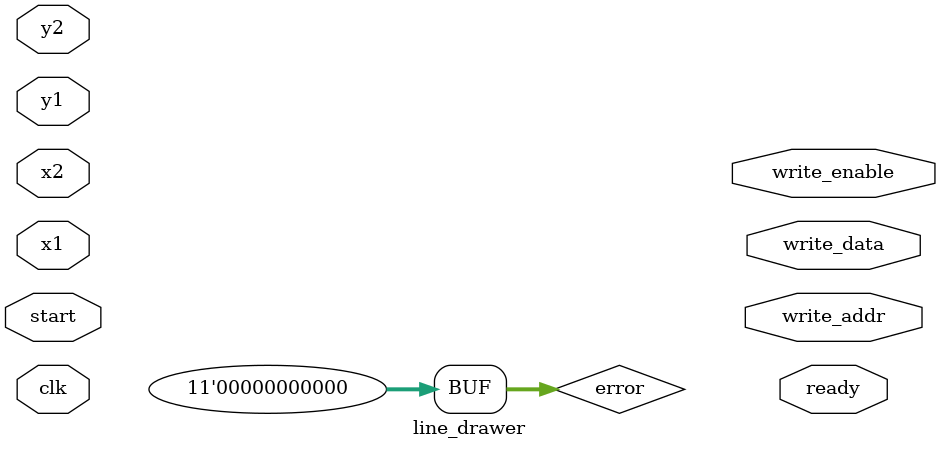
<source format=v>
module line_drawer (
    clk,
    
    x1,
    y1,
    x2,
    y2,
    
    start,
    ready,
    
    write_enable,
    write_addr,
    write_data
);

// ОБРЕГИСТРИТЬ ЧТО ТО. ЧТО ЕСЛИ x1, y1, x2, y2 поменяются во время работы модуля?

parameter HOR_ACTIVE_PIXELS = 640;
parameter VER_ACTIVE_PIXELS = 480;
parameter COLOR             = 0;
parameter WRITE_DATA_WIDTH  = 1;

localparam X_WIDTH          = $clog2(HOR_ACTIVE_PIXELS);
localparam Y_WIDTH          = $clog2(VER_ACTIVE_PIXELS);
localparam COORD_WIDTH      = X_WIDTH > Y_WIDTH ? X_WIDTH : Y_WIDTH;
localparam PIXELS_COUNT     = HOR_ACTIVE_PIXELS * VER_ACTIVE_PIXELS;
localparam WRITE_ADDR_WIDTH = $clog2(PIXELS_COUNT);

input clk;

input [X_WIDTH - 1:0] x1;
input [Y_WIDTH - 1:0] y1;
input [X_WIDTH - 1:0] x2;
input [Y_WIDTH - 1:0] y2;

input  start;
output ready;

output                          write_enable;
output [WRITE_ADDR_WIDTH - 1:0] write_addr;
output [WRITE_DATA_WIDTH - 1:0] write_data;

wire [X_WIDTH - 1:0] delta_x = x2 > x1 ? x2 - x1 : x1 - x2;
wire [Y_WIDTH - 1:0] delta_y = y2 > y1 ? y2 - y1 : y1 - y2;

wire primary_is_x = delta_x > delta_y;

wire [COORD_WIDTH - 1:0] p_start = primary_is_x ? x1 : y1;
wire [COORD_WIDTH - 1:0] p_end   = primary_is_x ? x2 : y2;
wire [COORD_WIDTH - 1:0] s_start = primary_is_x ? y1 : x1;
wire [COORD_WIDTH - 1:0] s_end   = primary_is_x ? y2 : x2;

wire [COORD_WIDTH - 1:0] delta_p = p_end > p_start ? p_end - p_start : p_start - p_end;

reg signed [1:0] p_direction;
reg signed [1:0] s_direction;

wire [COORD_WIDTH - 1:0] delta_error = (s_end > s_start ? s_end - s_start : s_start - s_end) + 1;

reg [COORD_WIDTH:0] error;

reg [COORD_WIDTH - 1:0] p;
reg [COORD_WIDTH - 1:0] s;

initial begin
    error = 0;
end

always @(*) begin
    if (p_end > p_start) p_direction = 1;
    else if (p_end < p_start) p_direction = -1;
    else p_direction = 0;
end

always @(*) begin
    if (s_end > s_start) s_direction = 1;
    else if (s_end < s_start) s_direction = -1;
    else s_direction = 0;
end

endmodule

</source>
